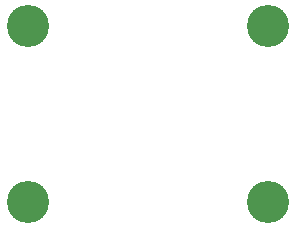
<source format=gbs>
%TF.GenerationSoftware,KiCad,Pcbnew,7.0.8-7.0.8~ubuntu22.04.1*%
%TF.CreationDate,2024-02-01T21:38:06-08:00*%
%TF.ProjectId,278nm_ELUC3535NUB_16mA,3237386e-6d5f-4454-9c55-43333533354e,rev?*%
%TF.SameCoordinates,Original*%
%TF.FileFunction,Soldermask,Bot*%
%TF.FilePolarity,Negative*%
%FSLAX46Y46*%
G04 Gerber Fmt 4.6, Leading zero omitted, Abs format (unit mm)*
G04 Created by KiCad (PCBNEW 7.0.8-7.0.8~ubuntu22.04.1) date 2024-02-01 21:38:06*
%MOMM*%
%LPD*%
G01*
G04 APERTURE LIST*
%ADD10C,3.570000*%
G04 APERTURE END LIST*
D10*
%TO.C,M1*%
X52540000Y-52540000D03*
%TD*%
%TO.C,M2*%
X72860000Y-52540000D03*
%TD*%
%TO.C,M3*%
X72860000Y-67460000D03*
%TD*%
%TO.C,M4*%
X52540000Y-67460000D03*
%TD*%
M02*

</source>
